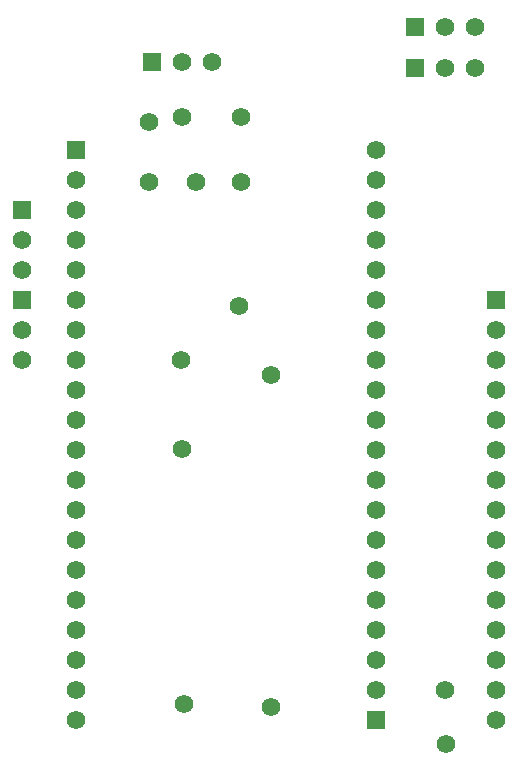
<source format=gtl>
G04 Layer: TopLayer*
G04 EasyEDA v6.5.40, 2025-04-08 18:07:50*
G04 818aaf958c86489cb54930f66178348c,9a3801b0f1a945d2957c124233de6e5e,10*
G04 Gerber Generator version 0.2*
G04 Scale: 100 percent, Rotated: No, Reflected: No *
G04 Dimensions in millimeters *
G04 leading zeros omitted , absolute positions ,4 integer and 5 decimal *
%FSLAX45Y45*%
%MOMM*%

%ADD10C,1.5748*%
%ADD11R,1.5748X1.5748*%

%LPD*%
D10*
G01*
X939800Y2400300D03*
G01*
X939800Y2654300D03*
D11*
G01*
X939800Y2908300D03*
D10*
G01*
X2552700Y4927600D03*
G01*
X2298700Y4927600D03*
D11*
G01*
X2044700Y4927600D03*
D10*
G01*
X4775200Y5219700D03*
G01*
X4521200Y5219700D03*
D11*
G01*
X4267200Y5219700D03*
D10*
G01*
X4775200Y4876800D03*
G01*
X4521200Y4876800D03*
D11*
G01*
X4267200Y4876800D03*
D10*
G01*
X3937000Y4178300D03*
G01*
X3937000Y3924300D03*
G01*
X3937000Y3670300D03*
G01*
X3937000Y3416300D03*
G01*
X3937000Y3162300D03*
G01*
X3937000Y2908300D03*
G01*
X3937000Y2654300D03*
G01*
X3937000Y2400300D03*
G01*
X3937000Y2146300D03*
G01*
X3937000Y1892300D03*
G01*
X3937000Y1638300D03*
G01*
X3937000Y1384300D03*
G01*
X3937000Y1130300D03*
G01*
X3937000Y876300D03*
G01*
X3937000Y622300D03*
G01*
X3937000Y368300D03*
G01*
X3937000Y114300D03*
G01*
X3937000Y-139700D03*
G01*
X3937000Y-393700D03*
D11*
G01*
X3937000Y-647700D03*
D10*
G01*
X1397000Y-647700D03*
G01*
X1397000Y-393700D03*
G01*
X1397000Y-139700D03*
G01*
X1397000Y114300D03*
G01*
X1397000Y368300D03*
G01*
X1397000Y622300D03*
G01*
X1397000Y876300D03*
G01*
X1397000Y1130300D03*
G01*
X1397000Y1384300D03*
G01*
X1397000Y1638300D03*
G01*
X1397000Y1892300D03*
G01*
X1397000Y2146300D03*
G01*
X1397000Y2400300D03*
G01*
X1397000Y2654300D03*
G01*
X1397000Y2908300D03*
G01*
X1397000Y3162300D03*
G01*
X1397000Y3416300D03*
G01*
X1397000Y3670300D03*
G01*
X1397000Y3924300D03*
D11*
G01*
X1397000Y4178300D03*
D10*
G01*
X939800Y3162300D03*
G01*
X939800Y3416300D03*
D11*
G01*
X939800Y3670300D03*
D10*
G01*
X4953000Y-647700D03*
G01*
X4953000Y-393700D03*
G01*
X4953000Y-139700D03*
G01*
X4953000Y114300D03*
G01*
X4953000Y368300D03*
G01*
X4953000Y622300D03*
G01*
X4953000Y876300D03*
G01*
X4953000Y1130300D03*
G01*
X4953000Y1384300D03*
G01*
X4953000Y1638300D03*
G01*
X4953000Y1892300D03*
G01*
X4953000Y2146300D03*
G01*
X4953000Y2400300D03*
G01*
X4953000Y2654300D03*
D11*
G01*
X4953000Y2908300D03*
D10*
G01*
X2311400Y-508000D03*
G01*
X3048000Y-533400D03*
G01*
X2286000Y2400300D03*
G01*
X2781300Y2857500D03*
G01*
X2298700Y1651000D03*
G01*
X3048000Y2273300D03*
G01*
X2413000Y3911600D03*
G01*
X2794000Y3911600D03*
G01*
X2298700Y4457700D03*
G01*
X2794000Y4457700D03*
G01*
X2019300Y3911600D03*
G01*
X2019300Y4419600D03*
G01*
X4521200Y-393700D03*
G01*
X4533900Y-850900D03*
M02*

</source>
